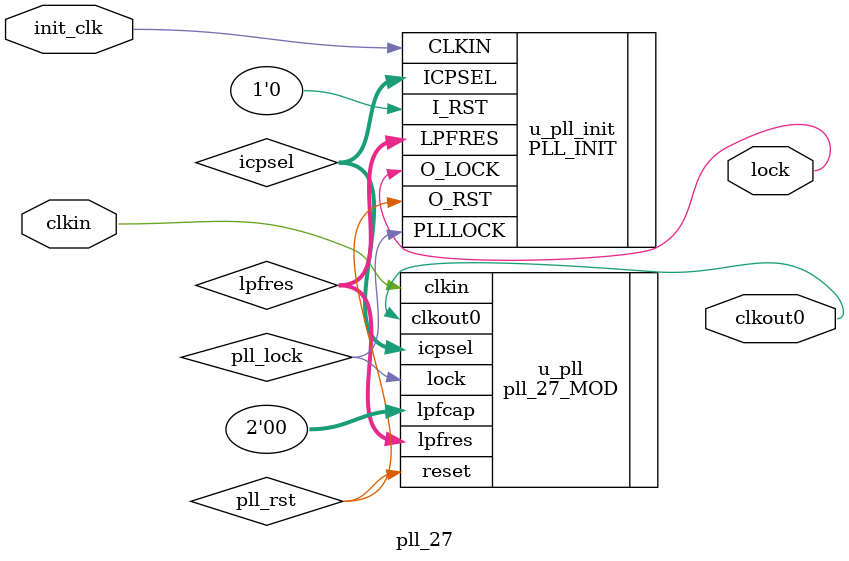
<source format=v>
module pll_27(
    clkin,
    init_clk,
    clkout0,
    lock
);


input clkin;
input init_clk;
output clkout0;
output lock;
wire [5:0] icpsel;
wire [2:0] lpfres;
wire pll_lock;
wire pll_rst;


    pll_27_MOD u_pll(
        .clkout0(clkout0),
        .lock(pll_lock),
        .clkin(clkin),
        .reset(pll_rst),
        .icpsel(icpsel),
        .lpfres(lpfres),
        .lpfcap(2'b00)
    );


    PLL_INIT u_pll_init(
        .CLKIN(init_clk),
        .I_RST(1'b0),
        .O_RST(pll_rst),
        .PLLLOCK(pll_lock),
        .O_LOCK(lock),
        .ICPSEL(icpsel),
        .LPFRES(lpfres)
    );
    defparam u_pll_init.CLK_PERIOD = 20;
    defparam u_pll_init.MULTI_FAC = 27;


endmodule

</source>
